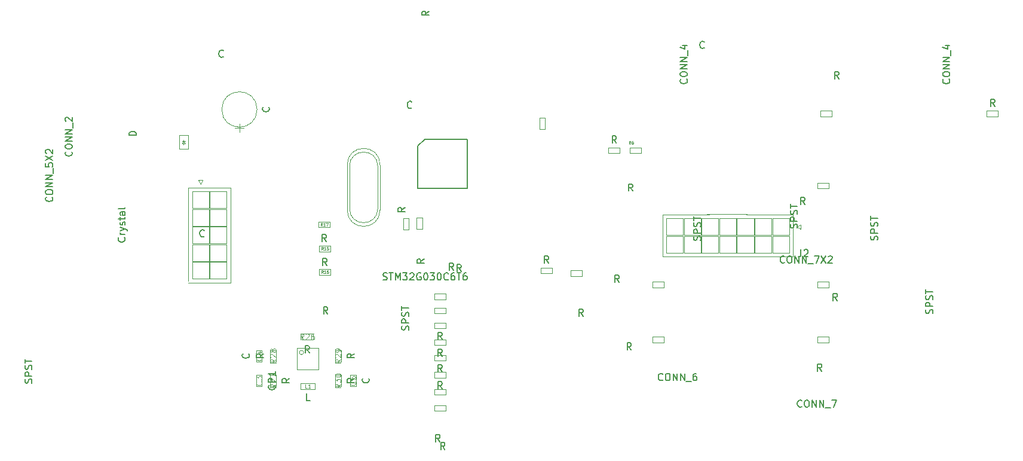
<source format=gbr>
%TF.GenerationSoftware,KiCad,Pcbnew,(5.1.10)-1*%
%TF.CreationDate,2022-09-03T16:46:32+05:30*%
%TF.ProjectId,ENC-nrf-301-02-REV05,454e432d-6e72-4662-9d33-30312d30322d,rev?*%
%TF.SameCoordinates,Original*%
%TF.FileFunction,Other,Fab,Top*%
%FSLAX46Y46*%
G04 Gerber Fmt 4.6, Leading zero omitted, Abs format (unit mm)*
G04 Created by KiCad (PCBNEW (5.1.10)-1) date 2022-09-03 16:46:32*
%MOMM*%
%LPD*%
G01*
G04 APERTURE LIST*
%ADD10C,0.100000*%
%ADD11C,0.150000*%
%ADD12C,0.105000*%
%ADD13C,0.060000*%
%ADD14C,0.120000*%
%ADD15C,0.075000*%
%ADD16C,0.080000*%
G04 APERTURE END LIST*
D10*
%TO.C,R16*%
X116200000Y-105812500D02*
X116200000Y-104987500D01*
X116200000Y-104987500D02*
X117800000Y-104987500D01*
X117800000Y-104987500D02*
X117800000Y-105812500D01*
X117800000Y-105812500D02*
X116200000Y-105812500D01*
%TO.C,R15*%
X116200000Y-102512500D02*
X116200000Y-101687500D01*
X116200000Y-101687500D02*
X117800000Y-101687500D01*
X117800000Y-101687500D02*
X117800000Y-102512500D01*
X117800000Y-102512500D02*
X116200000Y-102512500D01*
%TO.C,R17*%
X116100000Y-99112500D02*
X116100000Y-98287500D01*
X116100000Y-98287500D02*
X117700000Y-98287500D01*
X117700000Y-98287500D02*
X117700000Y-99112500D01*
X117700000Y-99112500D02*
X116100000Y-99112500D01*
%TO.C,R30*%
X119312500Y-121600000D02*
X118487500Y-121600000D01*
X118487500Y-121600000D02*
X118487500Y-120000000D01*
X118487500Y-120000000D02*
X119312500Y-120000000D01*
X119312500Y-120000000D02*
X119312500Y-121600000D01*
%TO.C,R28*%
X109287500Y-116500000D02*
X110112500Y-116500000D01*
X110112500Y-116500000D02*
X110112500Y-118100000D01*
X110112500Y-118100000D02*
X109287500Y-118100000D01*
X109287500Y-118100000D02*
X109287500Y-116500000D01*
%TO.C,R29*%
X119312500Y-118100000D02*
X118487500Y-118100000D01*
X118487500Y-118100000D02*
X118487500Y-116500000D01*
X118487500Y-116500000D02*
X119312500Y-116500000D01*
X119312500Y-116500000D02*
X119312500Y-118100000D01*
%TO.C,R27*%
X110112500Y-121600000D02*
X109287500Y-121600000D01*
X109287500Y-121600000D02*
X109287500Y-120000000D01*
X109287500Y-120000000D02*
X110112500Y-120000000D01*
X110112500Y-120000000D02*
X110112500Y-121600000D01*
%TO.C,C5*%
X121400000Y-121600000D02*
X120600000Y-121600000D01*
X120600000Y-121600000D02*
X120600000Y-120000000D01*
X120600000Y-120000000D02*
X121400000Y-120000000D01*
X121400000Y-120000000D02*
X121400000Y-121600000D01*
%TO.C,R26*%
X113700000Y-115012500D02*
X113700000Y-114187500D01*
X113700000Y-114187500D02*
X115300000Y-114187500D01*
X115300000Y-114187500D02*
X115300000Y-115012500D01*
X115300000Y-115012500D02*
X113700000Y-115012500D01*
%TO.C,C4*%
X107300000Y-116500000D02*
X108100000Y-116500000D01*
X108100000Y-116500000D02*
X108100000Y-118100000D01*
X108100000Y-118100000D02*
X107300000Y-118100000D01*
X107300000Y-118100000D02*
X107300000Y-116500000D01*
%TO.C,C3*%
X108100000Y-121600000D02*
X107300000Y-121600000D01*
X107300000Y-121600000D02*
X107300000Y-120000000D01*
X107300000Y-120000000D02*
X108100000Y-120000000D01*
X108100000Y-120000000D02*
X108100000Y-121600000D01*
%TO.C,IC1*%
X114005000Y-116825003D02*
G75*
G03*
X114005000Y-116825003I-300000J0D01*
G01*
X113030001Y-119250002D02*
X116130002Y-119250002D01*
X113030001Y-116150001D02*
X116130002Y-116150001D01*
X116130002Y-119250002D02*
X116130002Y-116150001D01*
X113030001Y-119250002D02*
X113030001Y-116150001D01*
%TO.C,R7*%
X147400000Y-83600000D02*
X148200000Y-83600000D01*
X147400000Y-85200000D02*
X147400000Y-83600000D01*
X148200000Y-85200000D02*
X147400000Y-85200000D01*
X148200000Y-83600000D02*
X148200000Y-85200000D01*
%TO.C,J1*%
X97650000Y-99950000D02*
X97650000Y-106700000D01*
X103640000Y-106900000D02*
X103640000Y-93480000D01*
X103640000Y-93480000D02*
X97660000Y-93480000D01*
X97660000Y-93480000D02*
X97660000Y-100100000D01*
X103640000Y-106920000D02*
X97660000Y-106920000D01*
X100587500Y-94012500D02*
X98212500Y-94012500D01*
X98212500Y-94012500D02*
X98212500Y-96387500D01*
X98212500Y-96387500D02*
X100587500Y-96387500D01*
X100587500Y-96387500D02*
X100587500Y-94012500D01*
X103087500Y-94012500D02*
X100712500Y-94012500D01*
X100712500Y-94012500D02*
X100712500Y-96387500D01*
X100712500Y-96387500D02*
X103087500Y-96387500D01*
X103087500Y-96387500D02*
X103087500Y-94012500D01*
X100587500Y-96512500D02*
X98212500Y-96512500D01*
X98212500Y-96512500D02*
X98212500Y-98887500D01*
X98212500Y-98887500D02*
X100587500Y-98887500D01*
X100587500Y-98887500D02*
X100587500Y-96512500D01*
X103087500Y-96512500D02*
X100712500Y-96512500D01*
X100712500Y-96512500D02*
X100712500Y-98887500D01*
X100712500Y-98887500D02*
X103087500Y-98887500D01*
X103087500Y-98887500D02*
X103087500Y-96512500D01*
X100587500Y-99012500D02*
X98212500Y-99012500D01*
X98212500Y-99012500D02*
X98212500Y-101387500D01*
X98212500Y-101387500D02*
X100587500Y-101387500D01*
X100587500Y-101387500D02*
X100587500Y-99012500D01*
X103087500Y-99012500D02*
X100712500Y-99012500D01*
X100712500Y-99012500D02*
X100712500Y-101387500D01*
X100712500Y-101387500D02*
X103087500Y-101387500D01*
X103087500Y-101387500D02*
X103087500Y-99012500D01*
X100587500Y-101512500D02*
X98212500Y-101512500D01*
X98212500Y-101512500D02*
X98212500Y-103887500D01*
X98212500Y-103887500D02*
X100587500Y-103887500D01*
X100587500Y-103887500D02*
X100587500Y-101512500D01*
X103087500Y-101512500D02*
X100712500Y-101512500D01*
X100712500Y-101512500D02*
X100712500Y-103887500D01*
X100712500Y-103887500D02*
X103087500Y-103887500D01*
X103087500Y-103887500D02*
X103087500Y-101512500D01*
X100587500Y-104012500D02*
X98212500Y-104012500D01*
X98212500Y-104012500D02*
X98212500Y-106387500D01*
X98212500Y-106387500D02*
X100587500Y-106387500D01*
X100587500Y-106387500D02*
X100587500Y-104012500D01*
X103087500Y-104012500D02*
X100712500Y-104012500D01*
X100712500Y-104012500D02*
X100712500Y-106387500D01*
X100712500Y-106387500D02*
X103087500Y-106387500D01*
X103087500Y-106387500D02*
X103087500Y-104012500D01*
X99400000Y-92980000D02*
X99100000Y-92380000D01*
X99100000Y-92380000D02*
X99700000Y-92380000D01*
X99700000Y-92380000D02*
X99400000Y-92980000D01*
%TO.C,Y1*%
X124825000Y-90240000D02*
X124825000Y-96640000D01*
X120175000Y-90240000D02*
X120175000Y-96640000D01*
X124500000Y-90440000D02*
X124500000Y-96440000D01*
X120500000Y-90440000D02*
X120500000Y-96440000D01*
X120175000Y-90240000D02*
G75*
G02*
X124825000Y-90240000I2325000J0D01*
G01*
X120175000Y-96640000D02*
G75*
G03*
X124825000Y-96640000I2325000J0D01*
G01*
X120500000Y-90440000D02*
G75*
G02*
X124500000Y-90440000I2000000J0D01*
G01*
X120500000Y-96440000D02*
G75*
G03*
X124500000Y-96440000I2000000J0D01*
G01*
%TO.C,J2*%
X176850000Y-97250000D02*
X171100000Y-97250000D01*
X174100000Y-103240000D02*
X183320000Y-103240000D01*
X183320000Y-103240000D02*
X183320000Y-97260000D01*
X183320000Y-97260000D02*
X176700000Y-97260000D01*
X174100000Y-103240000D02*
X164880000Y-103240000D01*
X164880000Y-103240000D02*
X164880000Y-97260000D01*
X164880000Y-97260000D02*
X171500000Y-97260000D01*
X182787500Y-100187500D02*
X182787500Y-97812500D01*
X182787500Y-97812500D02*
X180412500Y-97812500D01*
X180412500Y-97812500D02*
X180412500Y-100187500D01*
X180412500Y-100187500D02*
X182787500Y-100187500D01*
X182787500Y-102687500D02*
X182787500Y-100312500D01*
X182787500Y-100312500D02*
X180412500Y-100312500D01*
X180412500Y-100312500D02*
X180412500Y-102687500D01*
X180412500Y-102687500D02*
X182787500Y-102687500D01*
X180287500Y-100187500D02*
X180287500Y-97812500D01*
X180287500Y-97812500D02*
X177912500Y-97812500D01*
X177912500Y-97812500D02*
X177912500Y-100187500D01*
X177912500Y-100187500D02*
X180287500Y-100187500D01*
X180287500Y-102687500D02*
X180287500Y-100312500D01*
X180287500Y-100312500D02*
X177912500Y-100312500D01*
X177912500Y-100312500D02*
X177912500Y-102687500D01*
X177912500Y-102687500D02*
X180287500Y-102687500D01*
X177787500Y-100187500D02*
X177787500Y-97812500D01*
X177787500Y-97812500D02*
X175412500Y-97812500D01*
X175412500Y-97812500D02*
X175412500Y-100187500D01*
X175412500Y-100187500D02*
X177787500Y-100187500D01*
X177787500Y-102687500D02*
X177787500Y-100312500D01*
X177787500Y-100312500D02*
X175412500Y-100312500D01*
X175412500Y-100312500D02*
X175412500Y-102687500D01*
X175412500Y-102687500D02*
X177787500Y-102687500D01*
X175287500Y-100187500D02*
X175287500Y-97812500D01*
X175287500Y-97812500D02*
X172912500Y-97812500D01*
X172912500Y-97812500D02*
X172912500Y-100187500D01*
X172912500Y-100187500D02*
X175287500Y-100187500D01*
X175287500Y-102687500D02*
X175287500Y-100312500D01*
X175287500Y-100312500D02*
X172912500Y-100312500D01*
X172912500Y-100312500D02*
X172912500Y-102687500D01*
X172912500Y-102687500D02*
X175287500Y-102687500D01*
X172787500Y-100187500D02*
X172787500Y-97812500D01*
X172787500Y-97812500D02*
X170412500Y-97812500D01*
X170412500Y-97812500D02*
X170412500Y-100187500D01*
X170412500Y-100187500D02*
X172787500Y-100187500D01*
X172787500Y-102687500D02*
X172787500Y-100312500D01*
X172787500Y-100312500D02*
X170412500Y-100312500D01*
X170412500Y-100312500D02*
X170412500Y-102687500D01*
X170412500Y-102687500D02*
X172787500Y-102687500D01*
X170287500Y-100187500D02*
X170287500Y-97812500D01*
X170287500Y-97812500D02*
X167912500Y-97812500D01*
X167912500Y-97812500D02*
X167912500Y-100187500D01*
X167912500Y-100187500D02*
X170287500Y-100187500D01*
X170287500Y-102687500D02*
X170287500Y-100312500D01*
X170287500Y-100312500D02*
X167912500Y-100312500D01*
X167912500Y-100312500D02*
X167912500Y-102687500D01*
X167912500Y-102687500D02*
X170287500Y-102687500D01*
X167787500Y-100187500D02*
X167787500Y-97812500D01*
X167787500Y-97812500D02*
X165412500Y-97812500D01*
X165412500Y-97812500D02*
X165412500Y-100187500D01*
X165412500Y-100187500D02*
X167787500Y-100187500D01*
X167787500Y-102687500D02*
X167787500Y-100312500D01*
X167787500Y-100312500D02*
X165412500Y-100312500D01*
X165412500Y-100312500D02*
X165412500Y-102687500D01*
X165412500Y-102687500D02*
X167787500Y-102687500D01*
X183820000Y-99000000D02*
X184420000Y-98700000D01*
X184420000Y-98700000D02*
X184420000Y-99300000D01*
X184420000Y-99300000D02*
X183820000Y-99000000D01*
%TO.C,R8*%
X165000000Y-106800000D02*
X165000000Y-107600000D01*
X163400000Y-106800000D02*
X165000000Y-106800000D01*
X163400000Y-107600000D02*
X163400000Y-106800000D01*
X165000000Y-107600000D02*
X163400000Y-107600000D01*
%TO.C,R9*%
X158800000Y-87800000D02*
X158800000Y-88600000D01*
X157200000Y-87800000D02*
X158800000Y-87800000D01*
X157200000Y-88600000D02*
X157200000Y-87800000D01*
X158800000Y-88600000D02*
X157200000Y-88600000D01*
%TO.C,R10*%
X149200000Y-104800000D02*
X149200000Y-105600000D01*
X147600000Y-104800000D02*
X149200000Y-104800000D01*
X147600000Y-105600000D02*
X147600000Y-104800000D01*
X149200000Y-105600000D02*
X147600000Y-105600000D01*
%TO.C,R11*%
X188400000Y-92800000D02*
X188400000Y-93600000D01*
X186800000Y-92800000D02*
X188400000Y-92800000D01*
X186800000Y-93600000D02*
X186800000Y-92800000D01*
X188400000Y-93600000D02*
X186800000Y-93600000D01*
%TO.C,R12*%
X188400000Y-114600000D02*
X188400000Y-115400000D01*
X186800000Y-114600000D02*
X188400000Y-114600000D01*
X186800000Y-115400000D02*
X186800000Y-114600000D01*
X188400000Y-115400000D02*
X186800000Y-115400000D01*
%TO.C,R13*%
X188400000Y-106800000D02*
X188400000Y-107600000D01*
X186800000Y-106800000D02*
X188400000Y-106800000D01*
X186800000Y-107600000D02*
X186800000Y-106800000D01*
X188400000Y-107600000D02*
X186800000Y-107600000D01*
%TO.C,R14*%
X151800000Y-106000000D02*
X151800000Y-105200000D01*
X153400000Y-106000000D02*
X151800000Y-106000000D01*
X153400000Y-105200000D02*
X153400000Y-106000000D01*
X151800000Y-105200000D02*
X153400000Y-105200000D01*
%TO.C,R18*%
X132500000Y-111300000D02*
X132500000Y-110500000D01*
X134100000Y-111300000D02*
X132500000Y-111300000D01*
X134100000Y-110500000D02*
X134100000Y-111300000D01*
X132500000Y-110500000D02*
X134100000Y-110500000D01*
%TO.C,R19*%
X132500000Y-109300000D02*
X132500000Y-108500000D01*
X134100000Y-109300000D02*
X132500000Y-109300000D01*
X134100000Y-108500000D02*
X134100000Y-109300000D01*
X132500000Y-108500000D02*
X134100000Y-108500000D01*
%TO.C,R20*%
X132500000Y-120400000D02*
X132500000Y-119600000D01*
X134100000Y-120400000D02*
X132500000Y-120400000D01*
X134100000Y-119600000D02*
X134100000Y-120400000D01*
X132500000Y-119600000D02*
X134100000Y-119600000D01*
%TO.C,R21*%
X132500000Y-125100000D02*
X132500000Y-124300000D01*
X134100000Y-125100000D02*
X132500000Y-125100000D01*
X134100000Y-124300000D02*
X134100000Y-125100000D01*
X132500000Y-124300000D02*
X134100000Y-124300000D01*
%TO.C,R22*%
X132500000Y-122800000D02*
X132500000Y-122000000D01*
X134100000Y-122800000D02*
X132500000Y-122800000D01*
X134100000Y-122000000D02*
X134100000Y-122800000D01*
X132500000Y-122000000D02*
X134100000Y-122000000D01*
%TO.C,R23*%
X132500000Y-113400000D02*
X132500000Y-112600000D01*
X134100000Y-113400000D02*
X132500000Y-113400000D01*
X134100000Y-112600000D02*
X134100000Y-113400000D01*
X132500000Y-112600000D02*
X134100000Y-112600000D01*
%TO.C,R24*%
X132500000Y-115800000D02*
X132500000Y-115000000D01*
X134100000Y-115800000D02*
X132500000Y-115800000D01*
X134100000Y-115000000D02*
X134100000Y-115800000D01*
X132500000Y-115000000D02*
X134100000Y-115000000D01*
%TO.C,R25*%
X132500000Y-118000000D02*
X132500000Y-117200000D01*
X134100000Y-118000000D02*
X132500000Y-118000000D01*
X134100000Y-117200000D02*
X134100000Y-118000000D01*
X132500000Y-117200000D02*
X134100000Y-117200000D01*
D11*
%TO.C,U2*%
X131200000Y-86600000D02*
X137200000Y-86600000D01*
X137200000Y-86600000D02*
X137200000Y-93600000D01*
X137200000Y-93600000D02*
X130200000Y-93600000D01*
X130200000Y-93600000D02*
X130200000Y-87600000D01*
X130200000Y-87600000D02*
X131200000Y-86600000D01*
D10*
%TO.C,D1*%
X97000000Y-87200000D02*
X97000000Y-87400000D01*
X97000000Y-86900000D02*
X97000000Y-86700000D01*
X97200000Y-86900000D02*
X96800000Y-86900000D01*
X96800000Y-87200000D02*
X97200000Y-87200000D01*
X97000000Y-86900000D02*
X96800000Y-87200000D01*
X97200000Y-87200000D02*
X97000000Y-86900000D01*
X96350000Y-86000000D02*
X97650000Y-86000000D01*
X96350000Y-88000000D02*
X96350000Y-86000000D01*
X97650000Y-88000000D02*
X96350000Y-88000000D01*
X97650000Y-86000000D02*
X97650000Y-88000000D01*
%TO.C,R1*%
X130800000Y-99300000D02*
X130000000Y-99300000D01*
X130800000Y-97700000D02*
X130800000Y-99300000D01*
X130000000Y-97700000D02*
X130800000Y-97700000D01*
X130000000Y-99300000D02*
X130000000Y-97700000D01*
%TO.C,R2*%
X128900000Y-99400000D02*
X128100000Y-99400000D01*
X128900000Y-97800000D02*
X128900000Y-99400000D01*
X128100000Y-97800000D02*
X128900000Y-97800000D01*
X128100000Y-99400000D02*
X128100000Y-97800000D01*
%TO.C,R3*%
X188800000Y-82600000D02*
X188800000Y-83400000D01*
X187200000Y-82600000D02*
X188800000Y-82600000D01*
X187200000Y-83400000D02*
X187200000Y-82600000D01*
X188800000Y-83400000D02*
X187200000Y-83400000D01*
%TO.C,R4*%
X165000000Y-114600000D02*
X165000000Y-115400000D01*
X163400000Y-114600000D02*
X165000000Y-114600000D01*
X163400000Y-115400000D02*
X163400000Y-114600000D01*
X165000000Y-115400000D02*
X163400000Y-115400000D01*
%TO.C,R5*%
X212400000Y-82600000D02*
X212400000Y-83400000D01*
X210800000Y-82600000D02*
X212400000Y-82600000D01*
X210800000Y-83400000D02*
X210800000Y-82600000D01*
X212400000Y-83400000D02*
X210800000Y-83400000D01*
%TO.C,R6*%
X160200000Y-88600000D02*
X160200000Y-87800000D01*
X161800000Y-88600000D02*
X160200000Y-88600000D01*
X161800000Y-87800000D02*
X161800000Y-88600000D01*
X160200000Y-87800000D02*
X161800000Y-87800000D01*
%TO.C,C8*%
X107400000Y-82400000D02*
G75*
G03*
X107400000Y-82400000I-2500000J0D01*
G01*
X104900000Y-85600000D02*
X104900000Y-84400000D01*
X104250000Y-85000000D02*
X105550000Y-85000000D01*
%TO.C,L1*%
X115600000Y-122050000D02*
X113600000Y-122050000D01*
X115600000Y-121150000D02*
X115600000Y-122050000D01*
X113600000Y-121150000D02*
X115600000Y-121150000D01*
X113600000Y-122050000D02*
X113600000Y-121150000D01*
%TD*%
%TO.C,R16*%
D11*
X117409523Y-111352380D02*
X117076190Y-110876190D01*
X116838095Y-111352380D02*
X116838095Y-110352380D01*
X117219047Y-110352380D01*
X117314285Y-110400000D01*
X117361904Y-110447619D01*
X117409523Y-110542857D01*
X117409523Y-110685714D01*
X117361904Y-110780952D01*
X117314285Y-110828571D01*
X117219047Y-110876190D01*
X116838095Y-110876190D01*
D12*
D13*
X116742857Y-105580952D02*
X116609523Y-105390476D01*
X116514285Y-105580952D02*
X116514285Y-105180952D01*
X116666666Y-105180952D01*
X116704761Y-105200000D01*
X116723809Y-105219047D01*
X116742857Y-105257142D01*
X116742857Y-105314285D01*
X116723809Y-105352380D01*
X116704761Y-105371428D01*
X116666666Y-105390476D01*
X116514285Y-105390476D01*
X117123809Y-105580952D02*
X116895238Y-105580952D01*
X117009523Y-105580952D02*
X117009523Y-105180952D01*
X116971428Y-105238095D01*
X116933333Y-105276190D01*
X116895238Y-105295238D01*
X117466666Y-105180952D02*
X117390476Y-105180952D01*
X117352380Y-105200000D01*
X117333333Y-105219047D01*
X117295238Y-105276190D01*
X117276190Y-105352380D01*
X117276190Y-105504761D01*
X117295238Y-105542857D01*
X117314285Y-105561904D01*
X117352380Y-105580952D01*
X117428571Y-105580952D01*
X117466666Y-105561904D01*
X117485714Y-105542857D01*
X117504761Y-105504761D01*
X117504761Y-105409523D01*
X117485714Y-105371428D01*
X117466666Y-105352380D01*
X117428571Y-105333333D01*
X117352380Y-105333333D01*
X117314285Y-105352380D01*
X117295238Y-105371428D01*
X117276190Y-105409523D01*
%TO.C,R15*%
D11*
X117309523Y-104502380D02*
X116976190Y-104026190D01*
X116738095Y-104502380D02*
X116738095Y-103502380D01*
X117119047Y-103502380D01*
X117214285Y-103550000D01*
X117261904Y-103597619D01*
X117309523Y-103692857D01*
X117309523Y-103835714D01*
X117261904Y-103930952D01*
X117214285Y-103978571D01*
X117119047Y-104026190D01*
X116738095Y-104026190D01*
D12*
D13*
X116742857Y-102280952D02*
X116609523Y-102090476D01*
X116514285Y-102280952D02*
X116514285Y-101880952D01*
X116666666Y-101880952D01*
X116704761Y-101900000D01*
X116723809Y-101919047D01*
X116742857Y-101957142D01*
X116742857Y-102014285D01*
X116723809Y-102052380D01*
X116704761Y-102071428D01*
X116666666Y-102090476D01*
X116514285Y-102090476D01*
X117123809Y-102280952D02*
X116895238Y-102280952D01*
X117009523Y-102280952D02*
X117009523Y-101880952D01*
X116971428Y-101938095D01*
X116933333Y-101976190D01*
X116895238Y-101995238D01*
X117485714Y-101880952D02*
X117295238Y-101880952D01*
X117276190Y-102071428D01*
X117295238Y-102052380D01*
X117333333Y-102033333D01*
X117428571Y-102033333D01*
X117466666Y-102052380D01*
X117485714Y-102071428D01*
X117504761Y-102109523D01*
X117504761Y-102204761D01*
X117485714Y-102242857D01*
X117466666Y-102261904D01*
X117428571Y-102280952D01*
X117333333Y-102280952D01*
X117295238Y-102261904D01*
X117276190Y-102242857D01*
%TO.C,R17*%
D11*
X117209523Y-101102380D02*
X116876190Y-100626190D01*
X116638095Y-101102380D02*
X116638095Y-100102380D01*
X117019047Y-100102380D01*
X117114285Y-100150000D01*
X117161904Y-100197619D01*
X117209523Y-100292857D01*
X117209523Y-100435714D01*
X117161904Y-100530952D01*
X117114285Y-100578571D01*
X117019047Y-100626190D01*
X116638095Y-100626190D01*
D12*
D13*
X116642857Y-98880952D02*
X116509523Y-98690476D01*
X116414285Y-98880952D02*
X116414285Y-98480952D01*
X116566666Y-98480952D01*
X116604761Y-98500000D01*
X116623809Y-98519047D01*
X116642857Y-98557142D01*
X116642857Y-98614285D01*
X116623809Y-98652380D01*
X116604761Y-98671428D01*
X116566666Y-98690476D01*
X116414285Y-98690476D01*
X117023809Y-98880952D02*
X116795238Y-98880952D01*
X116909523Y-98880952D02*
X116909523Y-98480952D01*
X116871428Y-98538095D01*
X116833333Y-98576190D01*
X116795238Y-98595238D01*
X117157142Y-98480952D02*
X117423809Y-98480952D01*
X117252380Y-98880952D01*
%TO.C,R30*%
D11*
X121172380Y-120490476D02*
X120696190Y-120823809D01*
X121172380Y-121061904D02*
X120172380Y-121061904D01*
X120172380Y-120680952D01*
X120220000Y-120585714D01*
X120267619Y-120538095D01*
X120362857Y-120490476D01*
X120505714Y-120490476D01*
X120600952Y-120538095D01*
X120648571Y-120585714D01*
X120696190Y-120680952D01*
X120696190Y-121061904D01*
D14*
X119261904Y-121314285D02*
X118880952Y-121580952D01*
X119261904Y-121771428D02*
X118461904Y-121771428D01*
X118461904Y-121466666D01*
X118500000Y-121390476D01*
X118538095Y-121352380D01*
X118614285Y-121314285D01*
X118728571Y-121314285D01*
X118804761Y-121352380D01*
X118842857Y-121390476D01*
X118880952Y-121466666D01*
X118880952Y-121771428D01*
X118461904Y-121047619D02*
X118461904Y-120552380D01*
X118766666Y-120819047D01*
X118766666Y-120704761D01*
X118804761Y-120628571D01*
X118842857Y-120590476D01*
X118919047Y-120552380D01*
X119109523Y-120552380D01*
X119185714Y-120590476D01*
X119223809Y-120628571D01*
X119261904Y-120704761D01*
X119261904Y-120933333D01*
X119223809Y-121009523D01*
X119185714Y-121047619D01*
X118461904Y-120057142D02*
X118461904Y-119980952D01*
X118500000Y-119904761D01*
X118538095Y-119866666D01*
X118614285Y-119828571D01*
X118766666Y-119790476D01*
X118957142Y-119790476D01*
X119109523Y-119828571D01*
X119185714Y-119866666D01*
X119223809Y-119904761D01*
X119261904Y-119980952D01*
X119261904Y-120057142D01*
X119223809Y-120133333D01*
X119185714Y-120171428D01*
X119109523Y-120209523D01*
X118957142Y-120247619D01*
X118766666Y-120247619D01*
X118614285Y-120209523D01*
X118538095Y-120171428D01*
X118500000Y-120133333D01*
X118461904Y-120057142D01*
%TO.C,R28*%
D11*
X108332380Y-116990476D02*
X107856190Y-117323809D01*
X108332380Y-117561904D02*
X107332380Y-117561904D01*
X107332380Y-117180952D01*
X107380000Y-117085714D01*
X107427619Y-117038095D01*
X107522857Y-116990476D01*
X107665714Y-116990476D01*
X107760952Y-117038095D01*
X107808571Y-117085714D01*
X107856190Y-117180952D01*
X107856190Y-117561904D01*
D14*
X110061904Y-117814285D02*
X109680952Y-118080952D01*
X110061904Y-118271428D02*
X109261904Y-118271428D01*
X109261904Y-117966666D01*
X109300000Y-117890476D01*
X109338095Y-117852380D01*
X109414285Y-117814285D01*
X109528571Y-117814285D01*
X109604761Y-117852380D01*
X109642857Y-117890476D01*
X109680952Y-117966666D01*
X109680952Y-118271428D01*
X109338095Y-117509523D02*
X109300000Y-117471428D01*
X109261904Y-117395238D01*
X109261904Y-117204761D01*
X109300000Y-117128571D01*
X109338095Y-117090476D01*
X109414285Y-117052380D01*
X109490476Y-117052380D01*
X109604761Y-117090476D01*
X110061904Y-117547619D01*
X110061904Y-117052380D01*
X109604761Y-116595238D02*
X109566666Y-116671428D01*
X109528571Y-116709523D01*
X109452380Y-116747619D01*
X109414285Y-116747619D01*
X109338095Y-116709523D01*
X109300000Y-116671428D01*
X109261904Y-116595238D01*
X109261904Y-116442857D01*
X109300000Y-116366666D01*
X109338095Y-116328571D01*
X109414285Y-116290476D01*
X109452380Y-116290476D01*
X109528571Y-116328571D01*
X109566666Y-116366666D01*
X109604761Y-116442857D01*
X109604761Y-116595238D01*
X109642857Y-116671428D01*
X109680952Y-116709523D01*
X109757142Y-116747619D01*
X109909523Y-116747619D01*
X109985714Y-116709523D01*
X110023809Y-116671428D01*
X110061904Y-116595238D01*
X110061904Y-116442857D01*
X110023809Y-116366666D01*
X109985714Y-116328571D01*
X109909523Y-116290476D01*
X109757142Y-116290476D01*
X109680952Y-116328571D01*
X109642857Y-116366666D01*
X109604761Y-116442857D01*
%TO.C,R29*%
D11*
X121172380Y-116990476D02*
X120696190Y-117323809D01*
X121172380Y-117561904D02*
X120172380Y-117561904D01*
X120172380Y-117180952D01*
X120220000Y-117085714D01*
X120267619Y-117038095D01*
X120362857Y-116990476D01*
X120505714Y-116990476D01*
X120600952Y-117038095D01*
X120648571Y-117085714D01*
X120696190Y-117180952D01*
X120696190Y-117561904D01*
D14*
X119261904Y-117814285D02*
X118880952Y-118080952D01*
X119261904Y-118271428D02*
X118461904Y-118271428D01*
X118461904Y-117966666D01*
X118500000Y-117890476D01*
X118538095Y-117852380D01*
X118614285Y-117814285D01*
X118728571Y-117814285D01*
X118804761Y-117852380D01*
X118842857Y-117890476D01*
X118880952Y-117966666D01*
X118880952Y-118271428D01*
X118538095Y-117509523D02*
X118500000Y-117471428D01*
X118461904Y-117395238D01*
X118461904Y-117204761D01*
X118500000Y-117128571D01*
X118538095Y-117090476D01*
X118614285Y-117052380D01*
X118690476Y-117052380D01*
X118804761Y-117090476D01*
X119261904Y-117547619D01*
X119261904Y-117052380D01*
X119261904Y-116671428D02*
X119261904Y-116519047D01*
X119223809Y-116442857D01*
X119185714Y-116404761D01*
X119071428Y-116328571D01*
X118919047Y-116290476D01*
X118614285Y-116290476D01*
X118538095Y-116328571D01*
X118500000Y-116366666D01*
X118461904Y-116442857D01*
X118461904Y-116595238D01*
X118500000Y-116671428D01*
X118538095Y-116709523D01*
X118614285Y-116747619D01*
X118804761Y-116747619D01*
X118880952Y-116709523D01*
X118919047Y-116671428D01*
X118957142Y-116595238D01*
X118957142Y-116442857D01*
X118919047Y-116366666D01*
X118880952Y-116328571D01*
X118804761Y-116290476D01*
%TO.C,R27*%
D11*
X111972380Y-120490476D02*
X111496190Y-120823809D01*
X111972380Y-121061904D02*
X110972380Y-121061904D01*
X110972380Y-120680952D01*
X111020000Y-120585714D01*
X111067619Y-120538095D01*
X111162857Y-120490476D01*
X111305714Y-120490476D01*
X111400952Y-120538095D01*
X111448571Y-120585714D01*
X111496190Y-120680952D01*
X111496190Y-121061904D01*
D14*
X110061904Y-121314285D02*
X109680952Y-121580952D01*
X110061904Y-121771428D02*
X109261904Y-121771428D01*
X109261904Y-121466666D01*
X109300000Y-121390476D01*
X109338095Y-121352380D01*
X109414285Y-121314285D01*
X109528571Y-121314285D01*
X109604761Y-121352380D01*
X109642857Y-121390476D01*
X109680952Y-121466666D01*
X109680952Y-121771428D01*
X109338095Y-121009523D02*
X109300000Y-120971428D01*
X109261904Y-120895238D01*
X109261904Y-120704761D01*
X109300000Y-120628571D01*
X109338095Y-120590476D01*
X109414285Y-120552380D01*
X109490476Y-120552380D01*
X109604761Y-120590476D01*
X110061904Y-121047619D01*
X110061904Y-120552380D01*
X109261904Y-120285714D02*
X109261904Y-119752380D01*
X110061904Y-120095238D01*
%TO.C,C5*%
D11*
X123207142Y-120490476D02*
X123254761Y-120538095D01*
X123302380Y-120680952D01*
X123302380Y-120776190D01*
X123254761Y-120919047D01*
X123159523Y-121014285D01*
X123064285Y-121061904D01*
X122873809Y-121109523D01*
X122730952Y-121109523D01*
X122540476Y-121061904D01*
X122445238Y-121014285D01*
X122350000Y-120919047D01*
X122302380Y-120776190D01*
X122302380Y-120680952D01*
X122350000Y-120538095D01*
X122397619Y-120490476D01*
D14*
X121285714Y-120933333D02*
X121323809Y-120971428D01*
X121361904Y-121085714D01*
X121361904Y-121161904D01*
X121323809Y-121276190D01*
X121247619Y-121352380D01*
X121171428Y-121390476D01*
X121019047Y-121428571D01*
X120904761Y-121428571D01*
X120752380Y-121390476D01*
X120676190Y-121352380D01*
X120600000Y-121276190D01*
X120561904Y-121161904D01*
X120561904Y-121085714D01*
X120600000Y-120971428D01*
X120638095Y-120933333D01*
X120561904Y-120209523D02*
X120561904Y-120590476D01*
X120942857Y-120628571D01*
X120904761Y-120590476D01*
X120866666Y-120514285D01*
X120866666Y-120323809D01*
X120904761Y-120247619D01*
X120942857Y-120209523D01*
X121019047Y-120171428D01*
X121209523Y-120171428D01*
X121285714Y-120209523D01*
X121323809Y-120247619D01*
X121361904Y-120323809D01*
X121361904Y-120514285D01*
X121323809Y-120590476D01*
X121285714Y-120628571D01*
%TO.C,R26*%
D11*
X114809523Y-116872380D02*
X114476190Y-116396190D01*
X114238095Y-116872380D02*
X114238095Y-115872380D01*
X114619047Y-115872380D01*
X114714285Y-115920000D01*
X114761904Y-115967619D01*
X114809523Y-116062857D01*
X114809523Y-116205714D01*
X114761904Y-116300952D01*
X114714285Y-116348571D01*
X114619047Y-116396190D01*
X114238095Y-116396190D01*
D14*
X113985714Y-114961904D02*
X113719047Y-114580952D01*
X113528571Y-114961904D02*
X113528571Y-114161904D01*
X113833333Y-114161904D01*
X113909523Y-114200000D01*
X113947619Y-114238095D01*
X113985714Y-114314285D01*
X113985714Y-114428571D01*
X113947619Y-114504761D01*
X113909523Y-114542857D01*
X113833333Y-114580952D01*
X113528571Y-114580952D01*
X114290476Y-114238095D02*
X114328571Y-114200000D01*
X114404761Y-114161904D01*
X114595238Y-114161904D01*
X114671428Y-114200000D01*
X114709523Y-114238095D01*
X114747619Y-114314285D01*
X114747619Y-114390476D01*
X114709523Y-114504761D01*
X114252380Y-114961904D01*
X114747619Y-114961904D01*
X115433333Y-114161904D02*
X115280952Y-114161904D01*
X115204761Y-114200000D01*
X115166666Y-114238095D01*
X115090476Y-114352380D01*
X115052380Y-114504761D01*
X115052380Y-114809523D01*
X115090476Y-114885714D01*
X115128571Y-114923809D01*
X115204761Y-114961904D01*
X115357142Y-114961904D01*
X115433333Y-114923809D01*
X115471428Y-114885714D01*
X115509523Y-114809523D01*
X115509523Y-114619047D01*
X115471428Y-114542857D01*
X115433333Y-114504761D01*
X115357142Y-114466666D01*
X115204761Y-114466666D01*
X115128571Y-114504761D01*
X115090476Y-114542857D01*
X115052380Y-114619047D01*
%TO.C,C4*%
D11*
X106207142Y-116990476D02*
X106254761Y-117038095D01*
X106302380Y-117180952D01*
X106302380Y-117276190D01*
X106254761Y-117419047D01*
X106159523Y-117514285D01*
X106064285Y-117561904D01*
X105873809Y-117609523D01*
X105730952Y-117609523D01*
X105540476Y-117561904D01*
X105445238Y-117514285D01*
X105350000Y-117419047D01*
X105302380Y-117276190D01*
X105302380Y-117180952D01*
X105350000Y-117038095D01*
X105397619Y-116990476D01*
D14*
X107985714Y-117433333D02*
X108023809Y-117471428D01*
X108061904Y-117585714D01*
X108061904Y-117661904D01*
X108023809Y-117776190D01*
X107947619Y-117852380D01*
X107871428Y-117890476D01*
X107719047Y-117928571D01*
X107604761Y-117928571D01*
X107452380Y-117890476D01*
X107376190Y-117852380D01*
X107300000Y-117776190D01*
X107261904Y-117661904D01*
X107261904Y-117585714D01*
X107300000Y-117471428D01*
X107338095Y-117433333D01*
X107528571Y-116747619D02*
X108061904Y-116747619D01*
X107223809Y-116938095D02*
X107795238Y-117128571D01*
X107795238Y-116633333D01*
%TO.C,C3*%
D11*
X109907142Y-121466666D02*
X109954761Y-121514285D01*
X110002380Y-121657142D01*
X110002380Y-121752380D01*
X109954761Y-121895238D01*
X109859523Y-121990476D01*
X109764285Y-122038095D01*
X109573809Y-122085714D01*
X109430952Y-122085714D01*
X109240476Y-122038095D01*
X109145238Y-121990476D01*
X109050000Y-121895238D01*
X109002380Y-121752380D01*
X109002380Y-121657142D01*
X109050000Y-121514285D01*
X109097619Y-121466666D01*
X110002380Y-121038095D02*
X109002380Y-121038095D01*
X109002380Y-120657142D01*
X109050000Y-120561904D01*
X109097619Y-120514285D01*
X109192857Y-120466666D01*
X109335714Y-120466666D01*
X109430952Y-120514285D01*
X109478571Y-120561904D01*
X109526190Y-120657142D01*
X109526190Y-121038095D01*
X110002380Y-119514285D02*
X110002380Y-120085714D01*
X110002380Y-119800000D02*
X109002380Y-119800000D01*
X109145238Y-119895238D01*
X109240476Y-119990476D01*
X109288095Y-120085714D01*
D14*
X107985714Y-120933333D02*
X108023809Y-120971428D01*
X108061904Y-121085714D01*
X108061904Y-121161904D01*
X108023809Y-121276190D01*
X107947619Y-121352380D01*
X107871428Y-121390476D01*
X107719047Y-121428571D01*
X107604761Y-121428571D01*
X107452380Y-121390476D01*
X107376190Y-121352380D01*
X107300000Y-121276190D01*
X107261904Y-121161904D01*
X107261904Y-121085714D01*
X107300000Y-120971428D01*
X107338095Y-120933333D01*
X107261904Y-120666666D02*
X107261904Y-120171428D01*
X107566666Y-120438095D01*
X107566666Y-120323809D01*
X107604761Y-120247619D01*
X107642857Y-120209523D01*
X107719047Y-120171428D01*
X107909523Y-120171428D01*
X107985714Y-120209523D01*
X108023809Y-120247619D01*
X108061904Y-120323809D01*
X108061904Y-120552380D01*
X108023809Y-120628571D01*
X107985714Y-120666666D01*
%TO.C,SW10*%
D11*
X128854761Y-113642857D02*
X128902380Y-113500000D01*
X128902380Y-113261904D01*
X128854761Y-113166666D01*
X128807142Y-113119047D01*
X128711904Y-113071428D01*
X128616666Y-113071428D01*
X128521428Y-113119047D01*
X128473809Y-113166666D01*
X128426190Y-113261904D01*
X128378571Y-113452380D01*
X128330952Y-113547619D01*
X128283333Y-113595238D01*
X128188095Y-113642857D01*
X128092857Y-113642857D01*
X127997619Y-113595238D01*
X127950000Y-113547619D01*
X127902380Y-113452380D01*
X127902380Y-113214285D01*
X127950000Y-113071428D01*
X128902380Y-112642857D02*
X127902380Y-112642857D01*
X127902380Y-112261904D01*
X127950000Y-112166666D01*
X127997619Y-112119047D01*
X128092857Y-112071428D01*
X128235714Y-112071428D01*
X128330952Y-112119047D01*
X128378571Y-112166666D01*
X128426190Y-112261904D01*
X128426190Y-112642857D01*
X128854761Y-111690476D02*
X128902380Y-111547619D01*
X128902380Y-111309523D01*
X128854761Y-111214285D01*
X128807142Y-111166666D01*
X128711904Y-111119047D01*
X128616666Y-111119047D01*
X128521428Y-111166666D01*
X128473809Y-111214285D01*
X128426190Y-111309523D01*
X128378571Y-111500000D01*
X128330952Y-111595238D01*
X128283333Y-111642857D01*
X128188095Y-111690476D01*
X128092857Y-111690476D01*
X127997619Y-111642857D01*
X127950000Y-111595238D01*
X127902380Y-111500000D01*
X127902380Y-111261904D01*
X127950000Y-111119047D01*
X127902380Y-110833333D02*
X127902380Y-110261904D01*
X128902380Y-110547619D02*
X127902380Y-110547619D01*
%TO.C,SW11*%
X75454761Y-121142857D02*
X75502380Y-121000000D01*
X75502380Y-120761904D01*
X75454761Y-120666666D01*
X75407142Y-120619047D01*
X75311904Y-120571428D01*
X75216666Y-120571428D01*
X75121428Y-120619047D01*
X75073809Y-120666666D01*
X75026190Y-120761904D01*
X74978571Y-120952380D01*
X74930952Y-121047619D01*
X74883333Y-121095238D01*
X74788095Y-121142857D01*
X74692857Y-121142857D01*
X74597619Y-121095238D01*
X74550000Y-121047619D01*
X74502380Y-120952380D01*
X74502380Y-120714285D01*
X74550000Y-120571428D01*
X75502380Y-120142857D02*
X74502380Y-120142857D01*
X74502380Y-119761904D01*
X74550000Y-119666666D01*
X74597619Y-119619047D01*
X74692857Y-119571428D01*
X74835714Y-119571428D01*
X74930952Y-119619047D01*
X74978571Y-119666666D01*
X75026190Y-119761904D01*
X75026190Y-120142857D01*
X75454761Y-119190476D02*
X75502380Y-119047619D01*
X75502380Y-118809523D01*
X75454761Y-118714285D01*
X75407142Y-118666666D01*
X75311904Y-118619047D01*
X75216666Y-118619047D01*
X75121428Y-118666666D01*
X75073809Y-118714285D01*
X75026190Y-118809523D01*
X74978571Y-119000000D01*
X74930952Y-119095238D01*
X74883333Y-119142857D01*
X74788095Y-119190476D01*
X74692857Y-119190476D01*
X74597619Y-119142857D01*
X74550000Y-119095238D01*
X74502380Y-119000000D01*
X74502380Y-118761904D01*
X74550000Y-118619047D01*
X74502380Y-118333333D02*
X74502380Y-117761904D01*
X75502380Y-118047619D02*
X74502380Y-118047619D01*
%TO.C,SW5*%
X170204761Y-100942857D02*
X170252380Y-100800000D01*
X170252380Y-100561904D01*
X170204761Y-100466666D01*
X170157142Y-100419047D01*
X170061904Y-100371428D01*
X169966666Y-100371428D01*
X169871428Y-100419047D01*
X169823809Y-100466666D01*
X169776190Y-100561904D01*
X169728571Y-100752380D01*
X169680952Y-100847619D01*
X169633333Y-100895238D01*
X169538095Y-100942857D01*
X169442857Y-100942857D01*
X169347619Y-100895238D01*
X169300000Y-100847619D01*
X169252380Y-100752380D01*
X169252380Y-100514285D01*
X169300000Y-100371428D01*
X170252380Y-99942857D02*
X169252380Y-99942857D01*
X169252380Y-99561904D01*
X169300000Y-99466666D01*
X169347619Y-99419047D01*
X169442857Y-99371428D01*
X169585714Y-99371428D01*
X169680952Y-99419047D01*
X169728571Y-99466666D01*
X169776190Y-99561904D01*
X169776190Y-99942857D01*
X170204761Y-98990476D02*
X170252380Y-98847619D01*
X170252380Y-98609523D01*
X170204761Y-98514285D01*
X170157142Y-98466666D01*
X170061904Y-98419047D01*
X169966666Y-98419047D01*
X169871428Y-98466666D01*
X169823809Y-98514285D01*
X169776190Y-98609523D01*
X169728571Y-98800000D01*
X169680952Y-98895238D01*
X169633333Y-98942857D01*
X169538095Y-98990476D01*
X169442857Y-98990476D01*
X169347619Y-98942857D01*
X169300000Y-98895238D01*
X169252380Y-98800000D01*
X169252380Y-98561904D01*
X169300000Y-98419047D01*
X169252380Y-98133333D02*
X169252380Y-97561904D01*
X170252380Y-97847619D02*
X169252380Y-97847619D01*
%TO.C,SW7*%
X183904761Y-99192857D02*
X183952380Y-99050000D01*
X183952380Y-98811904D01*
X183904761Y-98716666D01*
X183857142Y-98669047D01*
X183761904Y-98621428D01*
X183666666Y-98621428D01*
X183571428Y-98669047D01*
X183523809Y-98716666D01*
X183476190Y-98811904D01*
X183428571Y-99002380D01*
X183380952Y-99097619D01*
X183333333Y-99145238D01*
X183238095Y-99192857D01*
X183142857Y-99192857D01*
X183047619Y-99145238D01*
X183000000Y-99097619D01*
X182952380Y-99002380D01*
X182952380Y-98764285D01*
X183000000Y-98621428D01*
X183952380Y-98192857D02*
X182952380Y-98192857D01*
X182952380Y-97811904D01*
X183000000Y-97716666D01*
X183047619Y-97669047D01*
X183142857Y-97621428D01*
X183285714Y-97621428D01*
X183380952Y-97669047D01*
X183428571Y-97716666D01*
X183476190Y-97811904D01*
X183476190Y-98192857D01*
X183904761Y-97240476D02*
X183952380Y-97097619D01*
X183952380Y-96859523D01*
X183904761Y-96764285D01*
X183857142Y-96716666D01*
X183761904Y-96669047D01*
X183666666Y-96669047D01*
X183571428Y-96716666D01*
X183523809Y-96764285D01*
X183476190Y-96859523D01*
X183428571Y-97050000D01*
X183380952Y-97145238D01*
X183333333Y-97192857D01*
X183238095Y-97240476D01*
X183142857Y-97240476D01*
X183047619Y-97192857D01*
X183000000Y-97145238D01*
X182952380Y-97050000D01*
X182952380Y-96811904D01*
X183000000Y-96669047D01*
X182952380Y-96383333D02*
X182952380Y-95811904D01*
X183952380Y-96097619D02*
X182952380Y-96097619D01*
%TO.C,SW2*%
X203104761Y-111292857D02*
X203152380Y-111150000D01*
X203152380Y-110911904D01*
X203104761Y-110816666D01*
X203057142Y-110769047D01*
X202961904Y-110721428D01*
X202866666Y-110721428D01*
X202771428Y-110769047D01*
X202723809Y-110816666D01*
X202676190Y-110911904D01*
X202628571Y-111102380D01*
X202580952Y-111197619D01*
X202533333Y-111245238D01*
X202438095Y-111292857D01*
X202342857Y-111292857D01*
X202247619Y-111245238D01*
X202200000Y-111197619D01*
X202152380Y-111102380D01*
X202152380Y-110864285D01*
X202200000Y-110721428D01*
X203152380Y-110292857D02*
X202152380Y-110292857D01*
X202152380Y-109911904D01*
X202200000Y-109816666D01*
X202247619Y-109769047D01*
X202342857Y-109721428D01*
X202485714Y-109721428D01*
X202580952Y-109769047D01*
X202628571Y-109816666D01*
X202676190Y-109911904D01*
X202676190Y-110292857D01*
X203104761Y-109340476D02*
X203152380Y-109197619D01*
X203152380Y-108959523D01*
X203104761Y-108864285D01*
X203057142Y-108816666D01*
X202961904Y-108769047D01*
X202866666Y-108769047D01*
X202771428Y-108816666D01*
X202723809Y-108864285D01*
X202676190Y-108959523D01*
X202628571Y-109150000D01*
X202580952Y-109245238D01*
X202533333Y-109292857D01*
X202438095Y-109340476D01*
X202342857Y-109340476D01*
X202247619Y-109292857D01*
X202200000Y-109245238D01*
X202152380Y-109150000D01*
X202152380Y-108911904D01*
X202200000Y-108769047D01*
X202152380Y-108483333D02*
X202152380Y-107911904D01*
X203152380Y-108197619D02*
X202152380Y-108197619D01*
%TO.C,SW3*%
X195304761Y-100892857D02*
X195352380Y-100750000D01*
X195352380Y-100511904D01*
X195304761Y-100416666D01*
X195257142Y-100369047D01*
X195161904Y-100321428D01*
X195066666Y-100321428D01*
X194971428Y-100369047D01*
X194923809Y-100416666D01*
X194876190Y-100511904D01*
X194828571Y-100702380D01*
X194780952Y-100797619D01*
X194733333Y-100845238D01*
X194638095Y-100892857D01*
X194542857Y-100892857D01*
X194447619Y-100845238D01*
X194400000Y-100797619D01*
X194352380Y-100702380D01*
X194352380Y-100464285D01*
X194400000Y-100321428D01*
X195352380Y-99892857D02*
X194352380Y-99892857D01*
X194352380Y-99511904D01*
X194400000Y-99416666D01*
X194447619Y-99369047D01*
X194542857Y-99321428D01*
X194685714Y-99321428D01*
X194780952Y-99369047D01*
X194828571Y-99416666D01*
X194876190Y-99511904D01*
X194876190Y-99892857D01*
X195304761Y-98940476D02*
X195352380Y-98797619D01*
X195352380Y-98559523D01*
X195304761Y-98464285D01*
X195257142Y-98416666D01*
X195161904Y-98369047D01*
X195066666Y-98369047D01*
X194971428Y-98416666D01*
X194923809Y-98464285D01*
X194876190Y-98559523D01*
X194828571Y-98750000D01*
X194780952Y-98845238D01*
X194733333Y-98892857D01*
X194638095Y-98940476D01*
X194542857Y-98940476D01*
X194447619Y-98892857D01*
X194400000Y-98845238D01*
X194352380Y-98750000D01*
X194352380Y-98511904D01*
X194400000Y-98369047D01*
X194352380Y-98083333D02*
X194352380Y-97511904D01*
X195352380Y-97797619D02*
X194352380Y-97797619D01*
%TO.C,*%
%TO.C,R7*%
X131752380Y-68490476D02*
X131276190Y-68823809D01*
X131752380Y-69061904D02*
X130752380Y-69061904D01*
X130752380Y-68680952D01*
X130800000Y-68585714D01*
X130847619Y-68538095D01*
X130942857Y-68490476D01*
X131085714Y-68490476D01*
X131180952Y-68538095D01*
X131228571Y-68585714D01*
X131276190Y-68680952D01*
X131276190Y-69061904D01*
D15*
%TO.C,J1*%
D11*
X78357142Y-94821428D02*
X78404761Y-94869047D01*
X78452380Y-95011904D01*
X78452380Y-95107142D01*
X78404761Y-95250000D01*
X78309523Y-95345238D01*
X78214285Y-95392857D01*
X78023809Y-95440476D01*
X77880952Y-95440476D01*
X77690476Y-95392857D01*
X77595238Y-95345238D01*
X77500000Y-95250000D01*
X77452380Y-95107142D01*
X77452380Y-95011904D01*
X77500000Y-94869047D01*
X77547619Y-94821428D01*
X77452380Y-94202380D02*
X77452380Y-94011904D01*
X77500000Y-93916666D01*
X77595238Y-93821428D01*
X77785714Y-93773809D01*
X78119047Y-93773809D01*
X78309523Y-93821428D01*
X78404761Y-93916666D01*
X78452380Y-94011904D01*
X78452380Y-94202380D01*
X78404761Y-94297619D01*
X78309523Y-94392857D01*
X78119047Y-94440476D01*
X77785714Y-94440476D01*
X77595238Y-94392857D01*
X77500000Y-94297619D01*
X77452380Y-94202380D01*
X78452380Y-93345238D02*
X77452380Y-93345238D01*
X78452380Y-92773809D01*
X77452380Y-92773809D01*
X78452380Y-92297619D02*
X77452380Y-92297619D01*
X78452380Y-91726190D01*
X77452380Y-91726190D01*
X78547619Y-91488095D02*
X78547619Y-90726190D01*
X77452380Y-90011904D02*
X77452380Y-90488095D01*
X77928571Y-90535714D01*
X77880952Y-90488095D01*
X77833333Y-90392857D01*
X77833333Y-90154761D01*
X77880952Y-90059523D01*
X77928571Y-90011904D01*
X78023809Y-89964285D01*
X78261904Y-89964285D01*
X78357142Y-90011904D01*
X78404761Y-90059523D01*
X78452380Y-90154761D01*
X78452380Y-90392857D01*
X78404761Y-90488095D01*
X78357142Y-90535714D01*
X77452380Y-89630952D02*
X78452380Y-88964285D01*
X77452380Y-88964285D02*
X78452380Y-89630952D01*
X77547619Y-88630952D02*
X77500000Y-88583333D01*
X77452380Y-88488095D01*
X77452380Y-88250000D01*
X77500000Y-88154761D01*
X77547619Y-88107142D01*
X77642857Y-88059523D01*
X77738095Y-88059523D01*
X77880952Y-88107142D01*
X78452380Y-88678571D01*
X78452380Y-88059523D01*
%TO.C,C6*%
X102609523Y-74907142D02*
X102561904Y-74954761D01*
X102419047Y-75002380D01*
X102323809Y-75002380D01*
X102180952Y-74954761D01*
X102085714Y-74859523D01*
X102038095Y-74764285D01*
X101990476Y-74573809D01*
X101990476Y-74430952D01*
X102038095Y-74240476D01*
X102085714Y-74145238D01*
X102180952Y-74050000D01*
X102323809Y-74002380D01*
X102419047Y-74002380D01*
X102561904Y-74050000D01*
X102609523Y-74097619D01*
D15*
%TO.C,C7*%
D11*
X170759523Y-73657142D02*
X170711904Y-73704761D01*
X170569047Y-73752380D01*
X170473809Y-73752380D01*
X170330952Y-73704761D01*
X170235714Y-73609523D01*
X170188095Y-73514285D01*
X170140476Y-73323809D01*
X170140476Y-73180952D01*
X170188095Y-72990476D01*
X170235714Y-72895238D01*
X170330952Y-72800000D01*
X170473809Y-72752380D01*
X170569047Y-72752380D01*
X170711904Y-72800000D01*
X170759523Y-72847619D01*
D15*
%TO.C,Y1*%
D11*
X88607142Y-100535714D02*
X88654761Y-100583333D01*
X88702380Y-100726190D01*
X88702380Y-100821428D01*
X88654761Y-100964285D01*
X88559523Y-101059523D01*
X88464285Y-101107142D01*
X88273809Y-101154761D01*
X88130952Y-101154761D01*
X87940476Y-101107142D01*
X87845238Y-101059523D01*
X87750000Y-100964285D01*
X87702380Y-100821428D01*
X87702380Y-100726190D01*
X87750000Y-100583333D01*
X87797619Y-100535714D01*
X88702380Y-100107142D02*
X88035714Y-100107142D01*
X88226190Y-100107142D02*
X88130952Y-100059523D01*
X88083333Y-100011904D01*
X88035714Y-99916666D01*
X88035714Y-99821428D01*
X88035714Y-99583333D02*
X88702380Y-99345238D01*
X88035714Y-99107142D02*
X88702380Y-99345238D01*
X88940476Y-99440476D01*
X88988095Y-99488095D01*
X89035714Y-99583333D01*
X88654761Y-98773809D02*
X88702380Y-98678571D01*
X88702380Y-98488095D01*
X88654761Y-98392857D01*
X88559523Y-98345238D01*
X88511904Y-98345238D01*
X88416666Y-98392857D01*
X88369047Y-98488095D01*
X88369047Y-98630952D01*
X88321428Y-98726190D01*
X88226190Y-98773809D01*
X88178571Y-98773809D01*
X88083333Y-98726190D01*
X88035714Y-98630952D01*
X88035714Y-98488095D01*
X88083333Y-98392857D01*
X88035714Y-98059523D02*
X88035714Y-97678571D01*
X87702380Y-97916666D02*
X88559523Y-97916666D01*
X88654761Y-97869047D01*
X88702380Y-97773809D01*
X88702380Y-97678571D01*
X88702380Y-96916666D02*
X88178571Y-96916666D01*
X88083333Y-96964285D01*
X88035714Y-97059523D01*
X88035714Y-97250000D01*
X88083333Y-97345238D01*
X88654761Y-96916666D02*
X88702380Y-97011904D01*
X88702380Y-97250000D01*
X88654761Y-97345238D01*
X88559523Y-97392857D01*
X88464285Y-97392857D01*
X88369047Y-97345238D01*
X88321428Y-97250000D01*
X88321428Y-97011904D01*
X88273809Y-96916666D01*
X88702380Y-96297619D02*
X88654761Y-96392857D01*
X88559523Y-96440476D01*
X87702380Y-96440476D01*
%TO.C,*%
%TO.C,J2*%
X182128571Y-104057142D02*
X182080952Y-104104761D01*
X181938095Y-104152380D01*
X181842857Y-104152380D01*
X181700000Y-104104761D01*
X181604761Y-104009523D01*
X181557142Y-103914285D01*
X181509523Y-103723809D01*
X181509523Y-103580952D01*
X181557142Y-103390476D01*
X181604761Y-103295238D01*
X181700000Y-103200000D01*
X181842857Y-103152380D01*
X181938095Y-103152380D01*
X182080952Y-103200000D01*
X182128571Y-103247619D01*
X182747619Y-103152380D02*
X182938095Y-103152380D01*
X183033333Y-103200000D01*
X183128571Y-103295238D01*
X183176190Y-103485714D01*
X183176190Y-103819047D01*
X183128571Y-104009523D01*
X183033333Y-104104761D01*
X182938095Y-104152380D01*
X182747619Y-104152380D01*
X182652380Y-104104761D01*
X182557142Y-104009523D01*
X182509523Y-103819047D01*
X182509523Y-103485714D01*
X182557142Y-103295238D01*
X182652380Y-103200000D01*
X182747619Y-103152380D01*
X183604761Y-104152380D02*
X183604761Y-103152380D01*
X184176190Y-104152380D01*
X184176190Y-103152380D01*
X184652380Y-104152380D02*
X184652380Y-103152380D01*
X185223809Y-104152380D01*
X185223809Y-103152380D01*
X185461904Y-104247619D02*
X186223809Y-104247619D01*
X186366666Y-103152380D02*
X187033333Y-103152380D01*
X186604761Y-104152380D01*
X187319047Y-103152380D02*
X187985714Y-104152380D01*
X187985714Y-103152380D02*
X187319047Y-104152380D01*
X188319047Y-103247619D02*
X188366666Y-103200000D01*
X188461904Y-103152380D01*
X188700000Y-103152380D01*
X188795238Y-103200000D01*
X188842857Y-103247619D01*
X188890476Y-103342857D01*
X188890476Y-103438095D01*
X188842857Y-103580952D01*
X188271428Y-104152380D01*
X188890476Y-104152380D01*
X184466666Y-102252380D02*
X184466666Y-102966666D01*
X184419047Y-103109523D01*
X184323809Y-103204761D01*
X184180952Y-103252380D01*
X184085714Y-103252380D01*
X184895238Y-102347619D02*
X184942857Y-102300000D01*
X185038095Y-102252380D01*
X185276190Y-102252380D01*
X185371428Y-102300000D01*
X185419047Y-102347619D01*
X185466666Y-102442857D01*
X185466666Y-102538095D01*
X185419047Y-102680952D01*
X184847619Y-103252380D01*
X185466666Y-103252380D01*
%TO.C,R8*%
X153609523Y-111652380D02*
X153276190Y-111176190D01*
X153038095Y-111652380D02*
X153038095Y-110652380D01*
X153419047Y-110652380D01*
X153514285Y-110700000D01*
X153561904Y-110747619D01*
X153609523Y-110842857D01*
X153609523Y-110985714D01*
X153561904Y-111080952D01*
X153514285Y-111128571D01*
X153419047Y-111176190D01*
X153038095Y-111176190D01*
D15*
%TO.C,R9*%
D11*
X158309523Y-87152380D02*
X157976190Y-86676190D01*
X157738095Y-87152380D02*
X157738095Y-86152380D01*
X158119047Y-86152380D01*
X158214285Y-86200000D01*
X158261904Y-86247619D01*
X158309523Y-86342857D01*
X158309523Y-86485714D01*
X158261904Y-86580952D01*
X158214285Y-86628571D01*
X158119047Y-86676190D01*
X157738095Y-86676190D01*
D15*
%TO.C,R10*%
D11*
X148709523Y-104152380D02*
X148376190Y-103676190D01*
X148138095Y-104152380D02*
X148138095Y-103152380D01*
X148519047Y-103152380D01*
X148614285Y-103200000D01*
X148661904Y-103247619D01*
X148709523Y-103342857D01*
X148709523Y-103485714D01*
X148661904Y-103580952D01*
X148614285Y-103628571D01*
X148519047Y-103676190D01*
X148138095Y-103676190D01*
D15*
%TO.C,R11*%
D11*
X185009523Y-95852380D02*
X184676190Y-95376190D01*
X184438095Y-95852380D02*
X184438095Y-94852380D01*
X184819047Y-94852380D01*
X184914285Y-94900000D01*
X184961904Y-94947619D01*
X185009523Y-95042857D01*
X185009523Y-95185714D01*
X184961904Y-95280952D01*
X184914285Y-95328571D01*
X184819047Y-95376190D01*
X184438095Y-95376190D01*
D15*
%TO.C,R12*%
D11*
X187409523Y-119452380D02*
X187076190Y-118976190D01*
X186838095Y-119452380D02*
X186838095Y-118452380D01*
X187219047Y-118452380D01*
X187314285Y-118500000D01*
X187361904Y-118547619D01*
X187409523Y-118642857D01*
X187409523Y-118785714D01*
X187361904Y-118880952D01*
X187314285Y-118928571D01*
X187219047Y-118976190D01*
X186838095Y-118976190D01*
D15*
%TO.C,R13*%
D11*
X189609523Y-109452380D02*
X189276190Y-108976190D01*
X189038095Y-109452380D02*
X189038095Y-108452380D01*
X189419047Y-108452380D01*
X189514285Y-108500000D01*
X189561904Y-108547619D01*
X189609523Y-108642857D01*
X189609523Y-108785714D01*
X189561904Y-108880952D01*
X189514285Y-108928571D01*
X189419047Y-108976190D01*
X189038095Y-108976190D01*
D15*
%TO.C,R14*%
D11*
X158709523Y-106852380D02*
X158376190Y-106376190D01*
X158138095Y-106852380D02*
X158138095Y-105852380D01*
X158519047Y-105852380D01*
X158614285Y-105900000D01*
X158661904Y-105947619D01*
X158709523Y-106042857D01*
X158709523Y-106185714D01*
X158661904Y-106280952D01*
X158614285Y-106328571D01*
X158519047Y-106376190D01*
X158138095Y-106376190D01*
D15*
%TO.C,R18*%
D11*
X135209523Y-105152380D02*
X134876190Y-104676190D01*
X134638095Y-105152380D02*
X134638095Y-104152380D01*
X135019047Y-104152380D01*
X135114285Y-104200000D01*
X135161904Y-104247619D01*
X135209523Y-104342857D01*
X135209523Y-104485714D01*
X135161904Y-104580952D01*
X135114285Y-104628571D01*
X135019047Y-104676190D01*
X134638095Y-104676190D01*
D15*
%TO.C,R19*%
D11*
X136309523Y-105352380D02*
X135976190Y-104876190D01*
X135738095Y-105352380D02*
X135738095Y-104352380D01*
X136119047Y-104352380D01*
X136214285Y-104400000D01*
X136261904Y-104447619D01*
X136309523Y-104542857D01*
X136309523Y-104685714D01*
X136261904Y-104780952D01*
X136214285Y-104828571D01*
X136119047Y-104876190D01*
X135738095Y-104876190D01*
D15*
%TO.C,R20*%
D11*
X133609523Y-121952380D02*
X133276190Y-121476190D01*
X133038095Y-121952380D02*
X133038095Y-120952380D01*
X133419047Y-120952380D01*
X133514285Y-121000000D01*
X133561904Y-121047619D01*
X133609523Y-121142857D01*
X133609523Y-121285714D01*
X133561904Y-121380952D01*
X133514285Y-121428571D01*
X133419047Y-121476190D01*
X133038095Y-121476190D01*
D15*
%TO.C,R21*%
D11*
X134009523Y-130552380D02*
X133676190Y-130076190D01*
X133438095Y-130552380D02*
X133438095Y-129552380D01*
X133819047Y-129552380D01*
X133914285Y-129600000D01*
X133961904Y-129647619D01*
X134009523Y-129742857D01*
X134009523Y-129885714D01*
X133961904Y-129980952D01*
X133914285Y-130028571D01*
X133819047Y-130076190D01*
X133438095Y-130076190D01*
D15*
%TO.C,R22*%
D11*
X133309523Y-129452380D02*
X132976190Y-128976190D01*
X132738095Y-129452380D02*
X132738095Y-128452380D01*
X133119047Y-128452380D01*
X133214285Y-128500000D01*
X133261904Y-128547619D01*
X133309523Y-128642857D01*
X133309523Y-128785714D01*
X133261904Y-128880952D01*
X133214285Y-128928571D01*
X133119047Y-128976190D01*
X132738095Y-128976190D01*
D15*
%TO.C,R23*%
D11*
X133609523Y-114952380D02*
X133276190Y-114476190D01*
X133038095Y-114952380D02*
X133038095Y-113952380D01*
X133419047Y-113952380D01*
X133514285Y-114000000D01*
X133561904Y-114047619D01*
X133609523Y-114142857D01*
X133609523Y-114285714D01*
X133561904Y-114380952D01*
X133514285Y-114428571D01*
X133419047Y-114476190D01*
X133038095Y-114476190D01*
D15*
%TO.C,R24*%
D11*
X133609523Y-117352380D02*
X133276190Y-116876190D01*
X133038095Y-117352380D02*
X133038095Y-116352380D01*
X133419047Y-116352380D01*
X133514285Y-116400000D01*
X133561904Y-116447619D01*
X133609523Y-116542857D01*
X133609523Y-116685714D01*
X133561904Y-116780952D01*
X133514285Y-116828571D01*
X133419047Y-116876190D01*
X133038095Y-116876190D01*
D15*
%TO.C,R25*%
D11*
X133609523Y-119552380D02*
X133276190Y-119076190D01*
X133038095Y-119552380D02*
X133038095Y-118552380D01*
X133419047Y-118552380D01*
X133514285Y-118600000D01*
X133561904Y-118647619D01*
X133609523Y-118742857D01*
X133609523Y-118885714D01*
X133561904Y-118980952D01*
X133514285Y-119028571D01*
X133419047Y-119076190D01*
X133038095Y-119076190D01*
D15*
%TO.C,U2*%
D11*
X125247619Y-106504761D02*
X125390476Y-106552380D01*
X125628571Y-106552380D01*
X125723809Y-106504761D01*
X125771428Y-106457142D01*
X125819047Y-106361904D01*
X125819047Y-106266666D01*
X125771428Y-106171428D01*
X125723809Y-106123809D01*
X125628571Y-106076190D01*
X125438095Y-106028571D01*
X125342857Y-105980952D01*
X125295238Y-105933333D01*
X125247619Y-105838095D01*
X125247619Y-105742857D01*
X125295238Y-105647619D01*
X125342857Y-105600000D01*
X125438095Y-105552380D01*
X125676190Y-105552380D01*
X125819047Y-105600000D01*
X126104761Y-105552380D02*
X126676190Y-105552380D01*
X126390476Y-106552380D02*
X126390476Y-105552380D01*
X127009523Y-106552380D02*
X127009523Y-105552380D01*
X127342857Y-106266666D01*
X127676190Y-105552380D01*
X127676190Y-106552380D01*
X128057142Y-105552380D02*
X128676190Y-105552380D01*
X128342857Y-105933333D01*
X128485714Y-105933333D01*
X128580952Y-105980952D01*
X128628571Y-106028571D01*
X128676190Y-106123809D01*
X128676190Y-106361904D01*
X128628571Y-106457142D01*
X128580952Y-106504761D01*
X128485714Y-106552380D01*
X128200000Y-106552380D01*
X128104761Y-106504761D01*
X128057142Y-106457142D01*
X129057142Y-105647619D02*
X129104761Y-105600000D01*
X129200000Y-105552380D01*
X129438095Y-105552380D01*
X129533333Y-105600000D01*
X129580952Y-105647619D01*
X129628571Y-105742857D01*
X129628571Y-105838095D01*
X129580952Y-105980952D01*
X129009523Y-106552380D01*
X129628571Y-106552380D01*
X130580952Y-105600000D02*
X130485714Y-105552380D01*
X130342857Y-105552380D01*
X130200000Y-105600000D01*
X130104761Y-105695238D01*
X130057142Y-105790476D01*
X130009523Y-105980952D01*
X130009523Y-106123809D01*
X130057142Y-106314285D01*
X130104761Y-106409523D01*
X130200000Y-106504761D01*
X130342857Y-106552380D01*
X130438095Y-106552380D01*
X130580952Y-106504761D01*
X130628571Y-106457142D01*
X130628571Y-106123809D01*
X130438095Y-106123809D01*
X131247619Y-105552380D02*
X131342857Y-105552380D01*
X131438095Y-105600000D01*
X131485714Y-105647619D01*
X131533333Y-105742857D01*
X131580952Y-105933333D01*
X131580952Y-106171428D01*
X131533333Y-106361904D01*
X131485714Y-106457142D01*
X131438095Y-106504761D01*
X131342857Y-106552380D01*
X131247619Y-106552380D01*
X131152380Y-106504761D01*
X131104761Y-106457142D01*
X131057142Y-106361904D01*
X131009523Y-106171428D01*
X131009523Y-105933333D01*
X131057142Y-105742857D01*
X131104761Y-105647619D01*
X131152380Y-105600000D01*
X131247619Y-105552380D01*
X131914285Y-105552380D02*
X132533333Y-105552380D01*
X132200000Y-105933333D01*
X132342857Y-105933333D01*
X132438095Y-105980952D01*
X132485714Y-106028571D01*
X132533333Y-106123809D01*
X132533333Y-106361904D01*
X132485714Y-106457142D01*
X132438095Y-106504761D01*
X132342857Y-106552380D01*
X132057142Y-106552380D01*
X131961904Y-106504761D01*
X131914285Y-106457142D01*
X133152380Y-105552380D02*
X133247619Y-105552380D01*
X133342857Y-105600000D01*
X133390476Y-105647619D01*
X133438095Y-105742857D01*
X133485714Y-105933333D01*
X133485714Y-106171428D01*
X133438095Y-106361904D01*
X133390476Y-106457142D01*
X133342857Y-106504761D01*
X133247619Y-106552380D01*
X133152380Y-106552380D01*
X133057142Y-106504761D01*
X133009523Y-106457142D01*
X132961904Y-106361904D01*
X132914285Y-106171428D01*
X132914285Y-105933333D01*
X132961904Y-105742857D01*
X133009523Y-105647619D01*
X133057142Y-105600000D01*
X133152380Y-105552380D01*
X134485714Y-106457142D02*
X134438095Y-106504761D01*
X134295238Y-106552380D01*
X134200000Y-106552380D01*
X134057142Y-106504761D01*
X133961904Y-106409523D01*
X133914285Y-106314285D01*
X133866666Y-106123809D01*
X133866666Y-105980952D01*
X133914285Y-105790476D01*
X133961904Y-105695238D01*
X134057142Y-105600000D01*
X134200000Y-105552380D01*
X134295238Y-105552380D01*
X134438095Y-105600000D01*
X134485714Y-105647619D01*
X135342857Y-105552380D02*
X135152380Y-105552380D01*
X135057142Y-105600000D01*
X135009523Y-105647619D01*
X134914285Y-105790476D01*
X134866666Y-105980952D01*
X134866666Y-106361904D01*
X134914285Y-106457142D01*
X134961904Y-106504761D01*
X135057142Y-106552380D01*
X135247619Y-106552380D01*
X135342857Y-106504761D01*
X135390476Y-106457142D01*
X135438095Y-106361904D01*
X135438095Y-106123809D01*
X135390476Y-106028571D01*
X135342857Y-105980952D01*
X135247619Y-105933333D01*
X135057142Y-105933333D01*
X134961904Y-105980952D01*
X134914285Y-106028571D01*
X134866666Y-106123809D01*
X135723809Y-105552380D02*
X136295238Y-105552380D01*
X136009523Y-106552380D02*
X136009523Y-105552380D01*
X137057142Y-105552380D02*
X136866666Y-105552380D01*
X136771428Y-105600000D01*
X136723809Y-105647619D01*
X136628571Y-105790476D01*
X136580952Y-105980952D01*
X136580952Y-106361904D01*
X136628571Y-106457142D01*
X136676190Y-106504761D01*
X136771428Y-106552380D01*
X136961904Y-106552380D01*
X137057142Y-106504761D01*
X137104761Y-106457142D01*
X137152380Y-106361904D01*
X137152380Y-106123809D01*
X137104761Y-106028571D01*
X137057142Y-105980952D01*
X136961904Y-105933333D01*
X136771428Y-105933333D01*
X136676190Y-105980952D01*
X136628571Y-106028571D01*
X136580952Y-106123809D01*
%TO.C,C1*%
X129309523Y-82157142D02*
X129261904Y-82204761D01*
X129119047Y-82252380D01*
X129023809Y-82252380D01*
X128880952Y-82204761D01*
X128785714Y-82109523D01*
X128738095Y-82014285D01*
X128690476Y-81823809D01*
X128690476Y-81680952D01*
X128738095Y-81490476D01*
X128785714Y-81395238D01*
X128880952Y-81300000D01*
X129023809Y-81252380D01*
X129119047Y-81252380D01*
X129261904Y-81300000D01*
X129309523Y-81347619D01*
D15*
%TO.C,C2*%
D11*
X99909523Y-100357142D02*
X99861904Y-100404761D01*
X99719047Y-100452380D01*
X99623809Y-100452380D01*
X99480952Y-100404761D01*
X99385714Y-100309523D01*
X99338095Y-100214285D01*
X99290476Y-100023809D01*
X99290476Y-99880952D01*
X99338095Y-99690476D01*
X99385714Y-99595238D01*
X99480952Y-99500000D01*
X99623809Y-99452380D01*
X99719047Y-99452380D01*
X99861904Y-99500000D01*
X99909523Y-99547619D01*
D15*
%TO.C,D1*%
D11*
X90252380Y-86061904D02*
X89252380Y-86061904D01*
X89252380Y-85823809D01*
X89300000Y-85680952D01*
X89395238Y-85585714D01*
X89490476Y-85538095D01*
X89680952Y-85490476D01*
X89823809Y-85490476D01*
X90014285Y-85538095D01*
X90109523Y-85585714D01*
X90204761Y-85680952D01*
X90252380Y-85823809D01*
X90252380Y-86061904D01*
%TO.C,J5*%
X81107142Y-88369047D02*
X81154761Y-88416666D01*
X81202380Y-88559523D01*
X81202380Y-88654761D01*
X81154761Y-88797619D01*
X81059523Y-88892857D01*
X80964285Y-88940476D01*
X80773809Y-88988095D01*
X80630952Y-88988095D01*
X80440476Y-88940476D01*
X80345238Y-88892857D01*
X80250000Y-88797619D01*
X80202380Y-88654761D01*
X80202380Y-88559523D01*
X80250000Y-88416666D01*
X80297619Y-88369047D01*
X80202380Y-87750000D02*
X80202380Y-87559523D01*
X80250000Y-87464285D01*
X80345238Y-87369047D01*
X80535714Y-87321428D01*
X80869047Y-87321428D01*
X81059523Y-87369047D01*
X81154761Y-87464285D01*
X81202380Y-87559523D01*
X81202380Y-87750000D01*
X81154761Y-87845238D01*
X81059523Y-87940476D01*
X80869047Y-87988095D01*
X80535714Y-87988095D01*
X80345238Y-87940476D01*
X80250000Y-87845238D01*
X80202380Y-87750000D01*
X81202380Y-86892857D02*
X80202380Y-86892857D01*
X81202380Y-86321428D01*
X80202380Y-86321428D01*
X81202380Y-85845238D02*
X80202380Y-85845238D01*
X81202380Y-85273809D01*
X80202380Y-85273809D01*
X81297619Y-85035714D02*
X81297619Y-84273809D01*
X80297619Y-84083333D02*
X80250000Y-84035714D01*
X80202380Y-83940476D01*
X80202380Y-83702380D01*
X80250000Y-83607142D01*
X80297619Y-83559523D01*
X80392857Y-83511904D01*
X80488095Y-83511904D01*
X80630952Y-83559523D01*
X81202380Y-84130952D01*
X81202380Y-83511904D01*
%TO.C,R1*%
X131052380Y-103590476D02*
X130576190Y-103923809D01*
X131052380Y-104161904D02*
X130052380Y-104161904D01*
X130052380Y-103780952D01*
X130100000Y-103685714D01*
X130147619Y-103638095D01*
X130242857Y-103590476D01*
X130385714Y-103590476D01*
X130480952Y-103638095D01*
X130528571Y-103685714D01*
X130576190Y-103780952D01*
X130576190Y-104161904D01*
D15*
%TO.C,R2*%
D11*
X128352380Y-96290476D02*
X127876190Y-96623809D01*
X128352380Y-96861904D02*
X127352380Y-96861904D01*
X127352380Y-96480952D01*
X127400000Y-96385714D01*
X127447619Y-96338095D01*
X127542857Y-96290476D01*
X127685714Y-96290476D01*
X127780952Y-96338095D01*
X127828571Y-96385714D01*
X127876190Y-96480952D01*
X127876190Y-96861904D01*
D15*
%TO.C,R3*%
D11*
X189809523Y-78052380D02*
X189476190Y-77576190D01*
X189238095Y-78052380D02*
X189238095Y-77052380D01*
X189619047Y-77052380D01*
X189714285Y-77100000D01*
X189761904Y-77147619D01*
X189809523Y-77242857D01*
X189809523Y-77385714D01*
X189761904Y-77480952D01*
X189714285Y-77528571D01*
X189619047Y-77576190D01*
X189238095Y-77576190D01*
D15*
%TO.C,R4*%
D11*
X160409523Y-116452380D02*
X160076190Y-115976190D01*
X159838095Y-116452380D02*
X159838095Y-115452380D01*
X160219047Y-115452380D01*
X160314285Y-115500000D01*
X160361904Y-115547619D01*
X160409523Y-115642857D01*
X160409523Y-115785714D01*
X160361904Y-115880952D01*
X160314285Y-115928571D01*
X160219047Y-115976190D01*
X159838095Y-115976190D01*
D15*
%TO.C,R5*%
D11*
X211909523Y-81952380D02*
X211576190Y-81476190D01*
X211338095Y-81952380D02*
X211338095Y-80952380D01*
X211719047Y-80952380D01*
X211814285Y-81000000D01*
X211861904Y-81047619D01*
X211909523Y-81142857D01*
X211909523Y-81285714D01*
X211861904Y-81380952D01*
X211814285Y-81428571D01*
X211719047Y-81476190D01*
X211338095Y-81476190D01*
D15*
%TO.C,R6*%
D11*
X160609523Y-93952380D02*
X160276190Y-93476190D01*
X160038095Y-93952380D02*
X160038095Y-92952380D01*
X160419047Y-92952380D01*
X160514285Y-93000000D01*
X160561904Y-93047619D01*
X160609523Y-93142857D01*
X160609523Y-93285714D01*
X160561904Y-93380952D01*
X160514285Y-93428571D01*
X160419047Y-93476190D01*
X160038095Y-93476190D01*
D15*
X160333333Y-87280952D02*
X160200000Y-87090476D01*
X160104761Y-87280952D02*
X160104761Y-86880952D01*
X160257142Y-86880952D01*
X160295238Y-86900000D01*
X160314285Y-86919047D01*
X160333333Y-86957142D01*
X160333333Y-87014285D01*
X160314285Y-87052380D01*
X160295238Y-87071428D01*
X160257142Y-87090476D01*
X160104761Y-87090476D01*
X160676190Y-86880952D02*
X160600000Y-86880952D01*
X160561904Y-86900000D01*
X160542857Y-86919047D01*
X160504761Y-86976190D01*
X160485714Y-87052380D01*
X160485714Y-87204761D01*
X160504761Y-87242857D01*
X160523809Y-87261904D01*
X160561904Y-87280952D01*
X160638095Y-87280952D01*
X160676190Y-87261904D01*
X160695238Y-87242857D01*
X160714285Y-87204761D01*
X160714285Y-87109523D01*
X160695238Y-87071428D01*
X160676190Y-87052380D01*
X160638095Y-87033333D01*
X160561904Y-87033333D01*
X160523809Y-87052380D01*
X160504761Y-87071428D01*
X160485714Y-87109523D01*
%TO.C,C8*%
D11*
X109067142Y-82090476D02*
X109114761Y-82138095D01*
X109162380Y-82280952D01*
X109162380Y-82376190D01*
X109114761Y-82519047D01*
X109019523Y-82614285D01*
X108924285Y-82661904D01*
X108733809Y-82709523D01*
X108590952Y-82709523D01*
X108400476Y-82661904D01*
X108305238Y-82614285D01*
X108210000Y-82519047D01*
X108162380Y-82376190D01*
X108162380Y-82280952D01*
X108210000Y-82138095D01*
X108257619Y-82090476D01*
%TO.C,JS-1*%
X184580952Y-124457142D02*
X184533333Y-124504761D01*
X184390476Y-124552380D01*
X184295238Y-124552380D01*
X184152380Y-124504761D01*
X184057142Y-124409523D01*
X184009523Y-124314285D01*
X183961904Y-124123809D01*
X183961904Y-123980952D01*
X184009523Y-123790476D01*
X184057142Y-123695238D01*
X184152380Y-123600000D01*
X184295238Y-123552380D01*
X184390476Y-123552380D01*
X184533333Y-123600000D01*
X184580952Y-123647619D01*
X185200000Y-123552380D02*
X185390476Y-123552380D01*
X185485714Y-123600000D01*
X185580952Y-123695238D01*
X185628571Y-123885714D01*
X185628571Y-124219047D01*
X185580952Y-124409523D01*
X185485714Y-124504761D01*
X185390476Y-124552380D01*
X185200000Y-124552380D01*
X185104761Y-124504761D01*
X185009523Y-124409523D01*
X184961904Y-124219047D01*
X184961904Y-123885714D01*
X185009523Y-123695238D01*
X185104761Y-123600000D01*
X185200000Y-123552380D01*
X186057142Y-124552380D02*
X186057142Y-123552380D01*
X186628571Y-124552380D01*
X186628571Y-123552380D01*
X187104761Y-124552380D02*
X187104761Y-123552380D01*
X187676190Y-124552380D01*
X187676190Y-123552380D01*
X187914285Y-124647619D02*
X188676190Y-124647619D01*
X188819047Y-123552380D02*
X189485714Y-123552380D01*
X189057142Y-124552380D01*
%TO.C,JS-2*%
X164880952Y-120697142D02*
X164833333Y-120744761D01*
X164690476Y-120792380D01*
X164595238Y-120792380D01*
X164452380Y-120744761D01*
X164357142Y-120649523D01*
X164309523Y-120554285D01*
X164261904Y-120363809D01*
X164261904Y-120220952D01*
X164309523Y-120030476D01*
X164357142Y-119935238D01*
X164452380Y-119840000D01*
X164595238Y-119792380D01*
X164690476Y-119792380D01*
X164833333Y-119840000D01*
X164880952Y-119887619D01*
X165500000Y-119792380D02*
X165690476Y-119792380D01*
X165785714Y-119840000D01*
X165880952Y-119935238D01*
X165928571Y-120125714D01*
X165928571Y-120459047D01*
X165880952Y-120649523D01*
X165785714Y-120744761D01*
X165690476Y-120792380D01*
X165500000Y-120792380D01*
X165404761Y-120744761D01*
X165309523Y-120649523D01*
X165261904Y-120459047D01*
X165261904Y-120125714D01*
X165309523Y-119935238D01*
X165404761Y-119840000D01*
X165500000Y-119792380D01*
X166357142Y-120792380D02*
X166357142Y-119792380D01*
X166928571Y-120792380D01*
X166928571Y-119792380D01*
X167404761Y-120792380D02*
X167404761Y-119792380D01*
X167976190Y-120792380D01*
X167976190Y-119792380D01*
X168214285Y-120887619D02*
X168976190Y-120887619D01*
X169642857Y-119792380D02*
X169452380Y-119792380D01*
X169357142Y-119840000D01*
X169309523Y-119887619D01*
X169214285Y-120030476D01*
X169166666Y-120220952D01*
X169166666Y-120601904D01*
X169214285Y-120697142D01*
X169261904Y-120744761D01*
X169357142Y-120792380D01*
X169547619Y-120792380D01*
X169642857Y-120744761D01*
X169690476Y-120697142D01*
X169738095Y-120601904D01*
X169738095Y-120363809D01*
X169690476Y-120268571D01*
X169642857Y-120220952D01*
X169547619Y-120173333D01*
X169357142Y-120173333D01*
X169261904Y-120220952D01*
X169214285Y-120268571D01*
X169166666Y-120363809D01*
%TO.C,JS-3*%
X168257142Y-78119047D02*
X168304761Y-78166666D01*
X168352380Y-78309523D01*
X168352380Y-78404761D01*
X168304761Y-78547619D01*
X168209523Y-78642857D01*
X168114285Y-78690476D01*
X167923809Y-78738095D01*
X167780952Y-78738095D01*
X167590476Y-78690476D01*
X167495238Y-78642857D01*
X167400000Y-78547619D01*
X167352380Y-78404761D01*
X167352380Y-78309523D01*
X167400000Y-78166666D01*
X167447619Y-78119047D01*
X167352380Y-77500000D02*
X167352380Y-77309523D01*
X167400000Y-77214285D01*
X167495238Y-77119047D01*
X167685714Y-77071428D01*
X168019047Y-77071428D01*
X168209523Y-77119047D01*
X168304761Y-77214285D01*
X168352380Y-77309523D01*
X168352380Y-77500000D01*
X168304761Y-77595238D01*
X168209523Y-77690476D01*
X168019047Y-77738095D01*
X167685714Y-77738095D01*
X167495238Y-77690476D01*
X167400000Y-77595238D01*
X167352380Y-77500000D01*
X168352380Y-76642857D02*
X167352380Y-76642857D01*
X168352380Y-76071428D01*
X167352380Y-76071428D01*
X168352380Y-75595238D02*
X167352380Y-75595238D01*
X168352380Y-75023809D01*
X167352380Y-75023809D01*
X168447619Y-74785714D02*
X168447619Y-74023809D01*
X167685714Y-73357142D02*
X168352380Y-73357142D01*
X167304761Y-73595238D02*
X168019047Y-73833333D01*
X168019047Y-73214285D01*
%TO.C,JS-4*%
X205457142Y-78119047D02*
X205504761Y-78166666D01*
X205552380Y-78309523D01*
X205552380Y-78404761D01*
X205504761Y-78547619D01*
X205409523Y-78642857D01*
X205314285Y-78690476D01*
X205123809Y-78738095D01*
X204980952Y-78738095D01*
X204790476Y-78690476D01*
X204695238Y-78642857D01*
X204600000Y-78547619D01*
X204552380Y-78404761D01*
X204552380Y-78309523D01*
X204600000Y-78166666D01*
X204647619Y-78119047D01*
X204552380Y-77500000D02*
X204552380Y-77309523D01*
X204600000Y-77214285D01*
X204695238Y-77119047D01*
X204885714Y-77071428D01*
X205219047Y-77071428D01*
X205409523Y-77119047D01*
X205504761Y-77214285D01*
X205552380Y-77309523D01*
X205552380Y-77500000D01*
X205504761Y-77595238D01*
X205409523Y-77690476D01*
X205219047Y-77738095D01*
X204885714Y-77738095D01*
X204695238Y-77690476D01*
X204600000Y-77595238D01*
X204552380Y-77500000D01*
X205552380Y-76642857D02*
X204552380Y-76642857D01*
X205552380Y-76071428D01*
X204552380Y-76071428D01*
X205552380Y-75595238D02*
X204552380Y-75595238D01*
X205552380Y-75023809D01*
X204552380Y-75023809D01*
X205647619Y-74785714D02*
X205647619Y-74023809D01*
X204885714Y-73357142D02*
X205552380Y-73357142D01*
X204504761Y-73595238D02*
X205219047Y-73833333D01*
X205219047Y-73214285D01*
%TO.C,*%
%TO.C,L1*%
X114909523Y-123602380D02*
X114433333Y-123602380D01*
X114433333Y-122602380D01*
D16*
X114516666Y-121826190D02*
X114278571Y-121826190D01*
X114278571Y-121326190D01*
X114945238Y-121826190D02*
X114659523Y-121826190D01*
X114802380Y-121826190D02*
X114802380Y-121326190D01*
X114754761Y-121397619D01*
X114707142Y-121445238D01*
X114659523Y-121469047D01*
%TD*%
M02*

</source>
